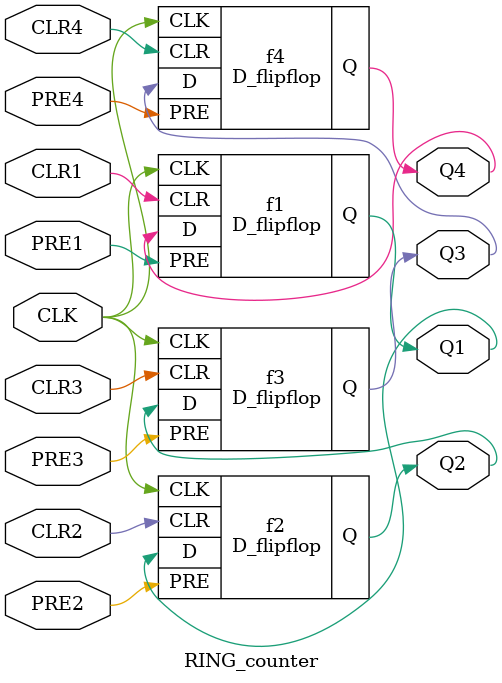
<source format=v>
module D_flipflop(input D,input CLK,input CLR,input PRE ,output reg Q );
  initial Q=0;
  always @(negedge CLK or negedge PRE or negedge CLR) begin
    if (!CLR) begin
      Q<=0;
    end else if (!PRE) begin
      Q<=1;
    end
    else if(D==1) begin
      Q<=1;
    end
      else begin
        Q<=0;
      end
  end
endmodule


module RING_counter(input CLK,input CLR1,input CLR2,input CLR3,input CLR4, input PRE1,input PRE2,input PRE3,input PRE4,output Q1,output Q2, output Q3,output Q4); 
  D_flipflop f1(Q4,CLK,CLR1,PRE1,Q1);
  D_flipflop f2(Q1,CLK,CLR2,PRE2,Q2);
  D_flipflop f3(Q2,CLK,CLR3,PRE3,Q3);
  D_flipflop f4(Q3,CLK,CLR4,PRE4,Q4);
endmodule

</source>
